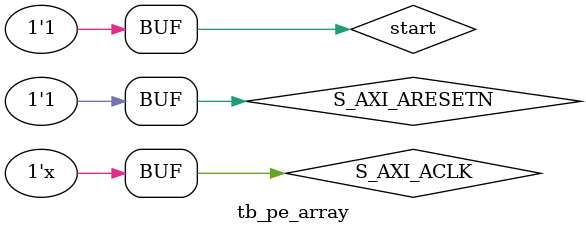
<source format=v>
`timescale 1ns / 1ps

module tb_pe_array();

    reg start;
    wire done;
    reg S_AXI_ARESETN;
    reg S_AXI_ACLK;
    wire [31:0] BRAM_ADDR;
    wire [31:0] BRAM_RDDATA;
    wire [31:0] BRAM_WRDATA;
    wire [3:0] BRAM_WE;
    wire BRAM_CLK;
    
    my_pe_array PE_ARRAY(
        .start(start),
        .done(done),
        .S_AXI_ACLK(S_AXI_ACLK),
        .S_AXI_ARESETN(S_AXI_ARESETN),
        .BRAM_ADDR(BRAM_ADDR),
        .BRAM_RDDATA(BRAM_RDDATA),
        .BRAM_WRDATA(BRAM_WRDATA),
        .BRAM_WE(BRAM_WE),
        .BRAM_CLK(BRAM_CLK)
    );
    
    my_bram #(
        .BRAM_ADDR_WIDTH(32)
    ) BRAM (
        .BRAM_ADDR(BRAM_ADDR),
        .BRAM_CLK(BRAM_CLK),
        .BRAM_WRDATA(BRAM_WRDATA),
        .BRAM_RDDATA(BRAM_RDDATA),
        .BRAM_EN(1'b1),
        .BRAM_RST(~S_AXI_ARESETN),
        .BRAM_WE(BRAM_WE),
        .done(done)
    );
    
    initial begin
        start <= 0;
        S_AXI_ACLK <= 0;
        S_AXI_ARESETN <= 0;
        #20; 
        S_AXI_ARESETN <= 1;
        start <= 1;
    end
    
    always #5 S_AXI_ACLK = ~S_AXI_ACLK;

endmodule

</source>
